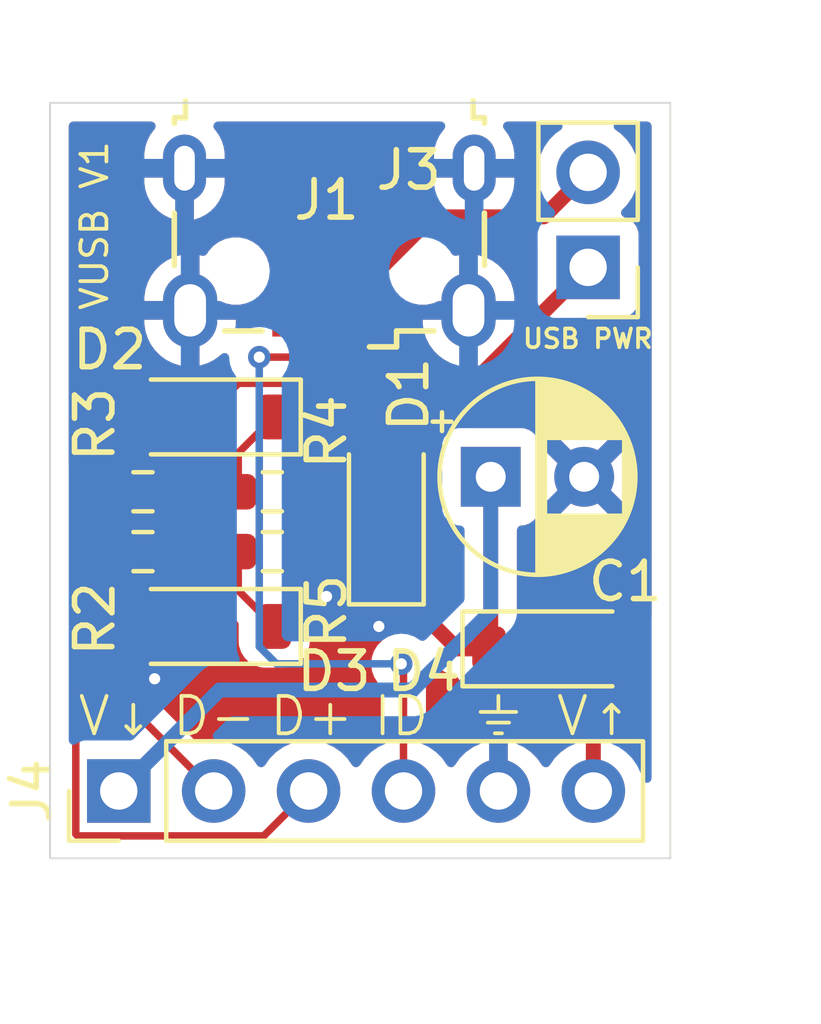
<source format=kicad_pcb>
(kicad_pcb (version 20240108) (generator "pcbnew") (generator_version "8.0")
  (layers (0 "F.Cu" signal) (31 "B.Cu" signal) (34 "B.Paste" user) (35 "F.Paste" user) (36 "B.SilkS" user "B.Silkscreen") (37 "F.SilkS" user "F.Silkscreen") (38 "B.Mask" user) (39 "F.Mask" user) (44 "Edge.Cuts" user))
  (net 0 "")
  (net 1 "GNDREF")
  (net 2 "/PWR")
  (net 3 "/D-")
  (net 4 "/D+")
  (net 5 "/ID")
  (net 6 "Net-(J4-Pin_2)")
  (net 7 "Net-(J4-Pin_3)")
  (net 8 "/VUSB2")
  (net 9 "/Vin")
  (net 10 "/VUSB")
  (footprint "Connector_PinHeader_2.54mm:PinHeader_1x06_P2.54mm_Vertical" (layer "F.Cu") (at 123.04 90.6 90)
    (property "Reference" "J4" (at 0 -2.33 90) (layer "F.SilkS"))
    (property "Value" "Conn_01x06_Pin")
    (fp_line (start -1.33 -1.33) (end 0 -1.33) (stroke (width 0.12)) (layer "F.SilkS"))
    (fp_line (start -1.33 0) (end -1.33 -1.33) (stroke (width 0.12)) (layer "F.SilkS"))
    (fp_line (start 1.33 1.27) (end 1.33 14.03) (stroke (width 0.12)) (layer "F.SilkS"))
    (fp_line (start -1.33 1.27) (end 1.33 1.27) (stroke (width 0.12)) (layer "F.SilkS"))
    (fp_line (start -1.33 1.27) (end -1.33 14.03) (stroke (width 0.12)) (layer "F.SilkS"))
    (fp_line (start -1.33 14.03) (end 1.33 14.03) (stroke (width 0.12)) (layer "F.SilkS"))
    (pad "1" thru_hole rect (at 0 0 90) (size 1.7 1.7) (drill 1) (layers "*.Cu" "*.Mask") (net 2 "/PWR"))
    (pad "2" thru_hole oval (at 0 2.54 90) (size 1.7 1.7) (drill 1) (layers "*.Cu" "*.Mask") (net 6 "Net-(J4-Pin_2)"))
    (pad "3" thru_hole oval (at 0 5.08 90) (size 1.7 1.7) (drill 1) (layers "*.Cu" "*.Mask") (net 7 "Net-(J4-Pin_3)"))
    (pad "4" thru_hole oval (at 0 7.62 90) (size 1.7 1.7) (drill 1) (layers "*.Cu" "*.Mask") (net 5 "/ID"))
    (pad "5" thru_hole oval (at 0 10.16 90) (size 1.7 1.7) (drill 1) (layers "*.Cu" "*.Mask") (net 1 "GNDREF"))
    (pad "6" thru_hole oval (at 0 12.7 90) (size 1.7 1.7) (drill 1) (layers "*.Cu" "*.Mask") (net 9 "/Vin"))
  )
  (footprint "Connector_USB:USB_Micro-B_Wuerth_629105150521" (layer "F.Cu") (at 128.675 75.9 180)
    (property "Reference" "J1" (at 0.075 1.1 360) (layer "F.SilkS"))
    (property "Value" "USB_B_Micro")
    (fp_line (start 4.15 3.3) (end 4.15 3.15) (stroke (width 0.15)) (layer "F.SilkS"))
    (fp_line (start 4.15 0.75) (end 4.15 -0.65) (stroke (width 0.15)) (layer "F.SilkS"))
    (fp_line (start 3.85 3.75) (end 3.85 3.3) (stroke (width 0.15)) (layer "F.SilkS"))
    (fp_line (start 3.85 3.3) (end 4.15 3.3) (stroke (width 0.15)) (layer "F.SilkS"))
    (fp_line (start 1.8 -2.4) (end 2.8 -2.4) (stroke (width 0.15)) (layer "F.SilkS"))
    (fp_line (start -1.075 -2.825) (end -1.8 -2.825) (stroke (width 0.15)) (layer "F.SilkS"))
    (fp_line (start -1.8 -2.4) (end -2.8 -2.4) (stroke (width 0.15)) (layer "F.SilkS"))
    (fp_line (start -1.8 -2.825) (end -1.8 -2.4) (stroke (width 0.15)) (layer "F.SilkS"))
    (fp_line (start -3.85 3.3) (end -3.85 3.75) (stroke (width 0.15)) (layer "F.SilkS"))
    (fp_line (start -4.15 3.3) (end -3.85 3.3) (stroke (width 0.15)) (layer "F.SilkS"))
    (fp_line (start -4.15 3.15) (end -4.15 3.3) (stroke (width 0.15)) (layer "F.SilkS"))
    (fp_line (start -4.15 -0.65) (end -4.15 0.75) (stroke (width 0.15)) (layer "F.SilkS"))
    (pad "" np_thru_hole oval (at -2.5 -0.8 180) (size 0.8 0.8) (drill 0.8) (layers "*.Cu" "*.Mask"))
    (pad "" np_thru_hole oval (at 2.5 -0.8 180) (size 0.8 0.8) (drill 0.8) (layers "*.Cu" "*.Mask"))
    (pad "1" smd rect (at -1.3 -1.9 180) (size 0.45 1.3) (layers "F.Cu" "F.Paste" "F.Mask") (net 10 "/VUSB"))
    (pad "2" smd rect (at -0.65 -1.9 180) (size 0.45 1.3) (layers "F.Cu" "F.Paste" "F.Mask") (net 3 "/D-"))
    (pad "3" smd rect (at 0 -1.9 180) (size 0.45 1.3) (layers "F.Cu" "F.Paste" "F.Mask") (net 4 "/D+"))
    (pad "4" smd rect (at 0.65 -1.9 180) (size 0.45 1.3) (layers "F.Cu" "F.Paste" "F.Mask") (net 5 "/ID"))
    (pad "5" smd rect (at 1.3 -1.9 180) (size 0.45 1.3) (layers "F.Cu" "F.Paste" "F.Mask") (net 1 "GNDREF"))
    (pad "6" thru_hole oval (at -3.875 1.95 180) (size 1.15 1.8) (drill oval 0.55 1.2) (layers "*.Cu" "*.Mask") (net 1 "GNDREF"))
    (pad "6" thru_hole oval (at -3.725 -1.85 180) (size 1.45 2) (drill oval 0.85 1.4) (layers "*.Cu" "*.Mask") (net 1 "GNDREF"))
    (pad "6" thru_hole oval (at 3.725 -1.85 180) (size 1.45 2) (drill oval 0.85 1.4) (layers "*.Cu" "*.Mask") (net 1 "GNDREF"))
    (pad "6" thru_hole oval (at 3.875 1.95 180) (size 1.15 1.8) (drill oval 0.55 1.2) (layers "*.Cu" "*.Mask") (net 1 "GNDREF"))
  )
  (footprint "Diode_SMD:D_SOD-123" (layer "F.Cu") (at 125.55 86.2 180)
    (property "Reference" "D3" (at -3.25 -1.2 360) (layer "F.SilkS"))
    (property "Value" "3.6V")
    (fp_line (start -2.36 1) (end 1.65 1) (stroke (width 0.12)) (layer "F.SilkS"))
    (fp_line (start -2.36 -1) (end 1.65 -1) (stroke (width 0.12)) (layer "F.SilkS"))
    (fp_line (start -2.36 -1) (end -2.36 1) (stroke (width 0.12)) (layer "F.SilkS"))
    (pad "1" smd roundrect (at -1.65 0 180) (size 0.9 1.2) (layers "F.Cu" "F.Paste" "F.Mask") (net 4 "/D+"))
    (pad "2" smd roundrect (at 1.65 0 180) (size 0.9 1.2) (layers "F.Cu" "F.Paste" "F.Mask") (net 1 "GNDREF"))
  )
  (footprint "Resistor_SMD:R_0603_1608Metric_Pad0.98x0.95mm_HandSolder" (layer "F.Cu") (at 127.15 82.6)
    (property "Reference" "R4" (at 1.45 -1.6 90) (layer "F.SilkS"))
    (property "Value" "1.5K")
    (fp_line (start -0.254724 -0.5225) (end 0.254724 -0.5225) (stroke (width 0.12)) (layer "F.SilkS"))
    (fp_line (start -0.254724 0.5225) (end 0.254724 0.5225) (stroke (width 0.12)) (layer "F.SilkS"))
    (pad "1" smd roundrect (at -0.9125 0) (size 0.975 0.95) (layers "F.Cu" "F.Paste" "F.Mask") (net 3 "/D-"))
    (pad "2" smd roundrect (at 0.9125 0) (size 0.975 0.95) (layers "F.Cu" "F.Paste" "F.Mask") (net 2 "/PWR"))
  )
  (footprint "Resistor_SMD:R_0603_1608Metric_Pad0.98x0.95mm_HandSolder" (layer "F.Cu") (at 127.15 84.2 180)
    (property "Reference" "R5" (at -1.45 -1.6 90) (layer "F.SilkS"))
    (property "Value" "1M")
    (fp_line (start -0.254724 0.5225) (end 0.254724 0.5225) (stroke (width 0.12)) (layer "F.SilkS"))
    (fp_line (start -0.254724 -0.5225) (end 0.254724 -0.5225) (stroke (width 0.12)) (layer "F.SilkS"))
    (pad "1" smd roundrect (at -0.9125 0 180) (size 0.975 0.95) (layers "F.Cu" "F.Paste" "F.Mask") (net 1 "GNDREF"))
    (pad "2" smd roundrect (at 0.9125 0 180) (size 0.975 0.95) (layers "F.Cu" "F.Paste" "F.Mask") (net 4 "/D+"))
  )
  (footprint "Diode_SMD:D_SOD-123" (layer "F.Cu") (at 130.2 83.25 90)
    (property "Reference" "D1" (at 3.25 0.6 90) (layer "F.SilkS"))
    (property "Value" "D_Schottky")
    (fp_line (start -2.36 -1) (end 1.65 -1) (stroke (width 0.12)) (layer "F.SilkS"))
    (fp_line (start -2.36 -1) (end -2.36 1) (stroke (width 0.12)) (layer "F.SilkS"))
    (fp_line (start -2.36 1) (end 1.65 1) (stroke (width 0.12)) (layer "F.SilkS"))
    (pad "1" smd roundrect (at -1.65 0 90) (size 0.9 1.2) (layers "F.Cu" "F.Paste" "F.Mask") (net 2 "/PWR"))
    (pad "2" smd roundrect (at 1.65 0 90) (size 0.9 1.2) (layers "F.Cu" "F.Paste" "F.Mask") (net 8 "/VUSB2"))
  )
  (footprint "Resistor_SMD:R_0603_1608Metric_Pad0.98x0.95mm_HandSolder" (layer "F.Cu") (at 123.6875 84.2)
    (property "Reference" "R2" (at -1.2875 1.8 90) (layer "F.SilkS"))
    (property "Value" "68")
    (fp_line (start -0.254724 -0.5225) (end 0.254724 -0.5225) (stroke (width 0.12)) (layer "F.SilkS"))
    (fp_line (start -0.254724 0.5225) (end 0.254724 0.5225) (stroke (width 0.12)) (layer "F.SilkS"))
    (pad "1" smd roundrect (at -0.9125 0) (size 0.975 0.95) (layers "F.Cu" "F.Paste" "F.Mask") (net 6 "Net-(J4-Pin_2)"))
    (pad "2" smd roundrect (at 0.9125 0) (size 0.975 0.95) (layers "F.Cu" "F.Paste" "F.Mask") (net 4 "/D+"))
  )
  (footprint "Diode_SMD:D_SOD-123" (layer "F.Cu") (at 125.55 80.6 180)
    (property "Reference" "D2" (at 2.75 1.8 360) (layer "F.SilkS"))
    (property "Value" "3.6V")
    (fp_line (start -2.36 1) (end 1.65 1) (stroke (width 0.12)) (layer "F.SilkS"))
    (fp_line (start -2.36 -1) (end 1.65 -1) (stroke (width 0.12)) (layer "F.SilkS"))
    (fp_line (start -2.36 -1) (end -2.36 1) (stroke (width 0.12)) (layer "F.SilkS"))
    (pad "1" smd roundrect (at -1.65 0 180) (size 0.9 1.2) (layers "F.Cu" "F.Paste" "F.Mask") (net 3 "/D-"))
    (pad "2" smd roundrect (at 1.65 0 180) (size 0.9 1.2) (layers "F.Cu" "F.Paste" "F.Mask") (net 1 "GNDREF"))
  )
  (footprint "Diode_SMD:D_SOD-123" (layer "F.Cu") (at 134.6 86.8)
    (property "Reference" "D4" (at -3.4 0.6 0) (layer "F.SilkS"))
    (property "Value" "D_Schottky")
    (fp_line (start -2.36 -1) (end -2.36 1) (stroke (width 0.12)) (layer "F.SilkS"))
    (fp_line (start -2.36 -1) (end 1.65 -1) (stroke (width 0.12)) (layer "F.SilkS"))
    (fp_line (start -2.36 1) (end 1.65 1) (stroke (width 0.12)) (layer "F.SilkS"))
    (pad "1" smd roundrect (at -1.65 0) (size 0.9 1.2) (layers "F.Cu" "F.Paste" "F.Mask") (net 2 "/PWR"))
    (pad "2" smd roundrect (at 1.65 0) (size 0.9 1.2) (layers "F.Cu" "F.Paste" "F.Mask") (net 9 "/Vin"))
  )
  (footprint "Connector_PinHeader_2.54mm:PinHeader_1x02_P2.54mm_Vertical" (layer "F.Cu") (at 135.6 76.6 180)
    (property "Reference" "J3" (at 4.8 2.6 360) (layer "F.SilkS"))
    (property "Value" "Conn_01x02_Pin")
    (fp_line (start 1.33 1.27) (end 1.33 3.87) (stroke (width 0.12)) (layer "F.SilkS"))
    (fp_line (start -1.33 3.87) (end 1.33 3.87) (stroke (width 0.12)) (layer "F.SilkS"))
    (fp_line (start -1.33 1.27) (end 1.33 1.27) (stroke (width 0.12)) (layer "F.SilkS"))
    (fp_line (start -1.33 1.27) (end -1.33 3.87) (stroke (width 0.12)) (layer "F.SilkS"))
    (fp_line (start -1.33 0) (end -1.33 -1.33) (stroke (width 0.12)) (layer "F.SilkS"))
    (fp_line (start -1.33 -1.33) (end 0 -1.33) (stroke (width 0.12)) (layer "F.SilkS"))
    (pad "1" thru_hole rect (at 0 0 180) (size 1.7 1.7) (drill 1) (layers "*.Cu" "*.Mask") (net 8 "/VUSB2"))
    (pad "2" thru_hole oval (at 0 2.54 180) (size 1.7 1.7) (drill 1) (layers "*.Cu" "*.Mask") (net 10 "/VUSB"))
  )
  (footprint "Resistor_SMD:R_0603_1608Metric_Pad0.98x0.95mm_HandSolder" (layer "F.Cu") (at 123.6875 82.6)
    (property "Reference" "R3" (at -1.2875 -1.8 90) (layer "F.SilkS"))
    (property "Value" "68")
    (fp_line (start -0.254724 -0.5225) (end 0.254724 -0.5225) (stroke (width 0.12)) (layer "F.SilkS"))
    (fp_line (start -0.254724 0.5225) (end 0.254724 0.5225) (stroke (width 0.12)) (layer "F.SilkS"))
    (pad "1" smd roundrect (at -0.9125 0) (size 0.975 0.95) (layers "F.Cu" "F.Paste" "F.Mask") (net 7 "Net-(J4-Pin_3)"))
    (pad "2" smd roundrect (at 0.9125 0) (size 0.975 0.95) (layers "F.Cu" "F.Paste" "F.Mask") (net 3 "/D-"))
  )
  (footprint "Capacitor_THT:CP_Radial_D5.0mm_P2.50mm" (layer "F.Cu") (at 132.994888 82.2)
    (property "Reference" "C1" (at 3.605112 2.8 0) (layer "F.SilkS"))
    (property "Value" "4.7uF")
    (fp_line (start -1.554775 -1.475) (end -1.054775 -1.475) (stroke (width 0.12)) (layer "F.SilkS"))
    (fp_line (start -1.304775 -1.725) (end -1.304775 -1.225) (stroke (width 0.12)) (layer "F.SilkS"))
    (fp_line (start 1.25 -2.58) (end 1.25 2.58) (stroke (width 0.12)) (layer "F.SilkS"))
    (fp_line (start 1.29 -2.58) (end 1.29 2.58) (stroke (width 0.12)) (layer "F.SilkS"))
    (fp_line (start 1.33 -2.579) (end 1.33 2.579) (stroke (width 0.12)) (layer "F.SilkS"))
    (fp_line (start 1.37 -2.578) (end 1.37 2.578) (stroke (width 0.12)) (layer "F.SilkS"))
    (fp_line (start 1.41 -2.576) (end 1.41 2.576) (stroke (width 0.12)) (layer "F.SilkS"))
    (fp_line (start 1.45 -2.573) (end 1.45 2.573) (stroke (width 0.12)) (layer "F.SilkS"))
    (fp_line (start 1.49 -2.569) (end 1.49 -1.04) (stroke (width 0.12)) (layer "F.SilkS"))
    (fp_line (start 1.49 1.04) (end 1.49 2.569) (stroke (width 0.12)) (layer "F.SilkS"))
    (fp_line (start 1.53 -2.565) (end 1.53 -1.04) (stroke (width 0.12)) (layer "F.SilkS"))
    (fp_line (start 1.53 1.04) (end 1.53 2.565) (stroke (width 0.12)) (layer "F.SilkS"))
    (fp_line (start 1.57 -2.561) (end 1.57 -1.04) (stroke (width 0.12)) (layer "F.SilkS"))
    (fp_line (start 1.57 1.04) (end 1.57 2.561) (stroke (width 0.12)) (layer "F.SilkS"))
    (fp_line (start 1.61 -2.556) (end 1.61 -1.04) (stroke (width 0.12)) (layer "F.SilkS"))
    (fp_line (start 1.61 1.04) (end 1.61 2.556) (stroke (width 0.12)) (layer "F.SilkS"))
    (fp_line (start 1.65 -2.55) (end 1.65 -1.04) (stroke (width 0.12)) (layer "F.SilkS"))
    (fp_line (start 1.65 1.04) (end 1.65 2.55) (stroke (width 0.12)) (layer "F.SilkS"))
    (fp_line (start 1.69 -2.543) (end 1.69 -1.04) (stroke (width 0.12)) (layer "F.SilkS"))
    (fp_line (start 1.69 1.04) (end 1.69 2.543) (stroke (width 0.12)) (layer "F.SilkS"))
    (fp_line (start 1.73 -2.536) (end 1.73 -1.04) (stroke (width 0.12)) (layer "F.SilkS"))
    (fp_line (start 1.73 1.04) (end 1.73 2.536) (stroke (width 0.12)) (layer "F.SilkS"))
    (fp_line (start 1.77 -2.528) (end 1.77 -1.04) (stroke (width 0.12)) (layer "F.SilkS"))
    (fp_line (start 1.77 1.04) (end 1.77 2.528) (stroke (width 0.12)) (layer "F.SilkS"))
    (fp_line (start 1.81 -2.52) (end 1.81 -1.04) (stroke (width 0.12)) (layer "F.SilkS"))
    (fp_line (start 1.81 1.04) (end 1.81 2.52) (stroke (width 0.12)) (layer "F.SilkS"))
    (fp_line (start 1.85 -2.511) (end 1.85 -1.04) (stroke (width 0.12)) (layer "F.SilkS"))
    (fp_line (start 1.85 1.04) (end 1.85 2.511) (stroke (width 0.12)) (layer "F.SilkS"))
    (fp_line (start 1.89 -2.501) (end 1.89 -1.04) (stroke (width 0.12)) (layer "F.SilkS"))
    (fp_line (start 1.89 1.04) (end 1.89 2.501) (stroke (width 0.12)) (layer "F.SilkS"))
    (fp_line (start 1.93 -2.491) (end 1.93 -1.04) (stroke (width 0.12)) (layer "F.SilkS"))
    (fp_line (start 1.93 1.04) (end 1.93 2.491) (stroke (width 0.12)) (layer "F.SilkS"))
    (fp_line (start 1.971 -2.48) (end 1.971 -1.04) (stroke (width 0.12)) (layer "F.SilkS"))
    (fp_line (start 1.971 1.04) (end 1.971 2.48) (stroke (width 0.12)) (layer "F.SilkS"))
    (fp_line (start 2.011 -2.468) (end 2.011 -1.04) (stroke (width 0.12)) (layer "F.SilkS"))
    (fp_line (start 2.011 1.04) (end 2.011 2.468) (stroke (width 0.12)) (layer "F.SilkS"))
    (fp_line (start 2.051 -2.455) (end 2.051 -1.04) (stroke (width 0.12)) (layer "F.SilkS"))
    (fp_line (start 2.051 1.04) (end 2.051 2.455) (stroke (width 0.12)) (layer "F.SilkS"))
    (fp_line (start 2.091 -2.442) (end 2.091 -1.04) (stroke (width 0.12)) (layer "F.SilkS"))
    (fp_line (start 2.091 1.04) (end 2.091 2.442) (stroke (width 0.12)) (layer "F.SilkS"))
    (fp_line (start 2.131 -2.428) (end 2.131 -1.04) (stroke (width 0.12)) (layer "F.SilkS"))
    (fp_line (start 2.131 1.04) (end 2.131 2.428) (stroke (width 0.12)) (layer "F.SilkS"))
    (fp_line (start 2.171 -2.414) (end 2.171 -1.04) (stroke (width 0.12)) (layer "F.SilkS"))
    (fp_line (start 2.171 1.04) (end 2.171 2.414) (stroke (width 0.12)) (layer "F.SilkS"))
    (fp_line (start 2.211 -2.398) (end 2.211 -1.04) (stroke (width 0.12)) (layer "F.SilkS"))
    (fp_line (start 2.211 1.04) (end 2.211 2.398) (stroke (width 0.12)) (layer "F.SilkS"))
    (fp_line (start 2.251 -2.382) (end 2.251 -1.04) (stroke (width 0.12)) (layer "F.SilkS"))
    (fp_line (start 2.251 1.04) (end 2.251 2.382) (stroke (width 0.12)) (layer "F.SilkS"))
    (fp_line (start 2.291 -2.365) (end 2.291 -1.04) (stroke (width 0.12)) (layer "F.SilkS"))
    (fp_line (start 2.291 1.04) (end 2.291 2.365) (stroke (width 0.12)) (layer "F.SilkS"))
    (fp_line (start 2.331 -2.348) (end 2.331 -1.04) (stroke (width 0.12)) (layer "F.SilkS"))
    (fp_line (start 2.331 1.04) (end 2.331 2.348) (stroke (width 0.12)) (layer "F.SilkS"))
    (fp_line (start 2.371 -2.329) (end 2.371 -1.04) (stroke (width 0.12)) (layer "F.SilkS"))
    (fp_line (start 2.371 1.04) (end 2.371 2.329) (stroke (width 0.12)) (layer "F.SilkS"))
    (fp_line (start 2.411 -2.31) (end 2.411 -1.04) (stroke (width 0.12)) (layer "F.SilkS"))
    (fp_line (start 2.411 1.04) (end 2.411 2.31) (stroke (width 0.12)) (layer "F.SilkS"))
    (fp_line (start 2.451 -2.29) (end 2.451 -1.04) (stroke (width 0.12)) (layer "F.SilkS"))
    (fp_line (start 2.451 1.04) (end 2.451 2.29) (stroke (width 0.12)) (layer "F.SilkS"))
    (fp_line (start 2.491 -2.268) (end 2.491 -1.04) (stroke (width 0.12)) (layer "F.SilkS"))
    (fp_line (start 2.491 1.04) (end 2.491 2.268) (stroke (width 0.12)) (layer "F.SilkS"))
    (fp_line (start 2.531 -2.247) (end 2.531 -1.04) (stroke (width 0.12)) (layer "F.SilkS"))
    (fp_line (start 2.531 1.04) (end 2.531 2.247) (stroke (width 0.12)) (layer "F.SilkS"))
    (fp_line (start 2.571 -2.224) (end 2.571 -1.04) (stroke (width 0.12)) (layer "F.SilkS"))
    (fp_line (start 2.571 1.04) (end 2.571 2.224) (stroke (width 0.12)) (layer "F.SilkS"))
    (fp_line (start 2.611 -2.2) (end 2.611 -1.04) (stroke (width 0.12)) (layer "F.SilkS"))
    (fp_line (start 2.611 1.04) (end 2.611 2.2) (stroke (width 0.12)) (layer "F.SilkS"))
    (fp_line (start 2.651 -2.175) (end 2.651 -1.04) (stroke (width 0.12)) (layer "F.SilkS"))
    (fp_line (start 2.651 1.04) (end 2.651 2.175) (stroke (width 0.12)) (layer "F.SilkS"))
    (fp_line (start 2.691 -2.149) (end 2.691 -1.04) (stroke (width 0.12)) (layer "F.SilkS"))
    (fp_line (start 2.691 1.04) (end 2.691 2.149) (stroke (width 0.12)) (layer "F.SilkS"))
    (fp_line (start 2.731 -2.122) (end 2.731 -1.04) (stroke (width 0.12)) (layer "F.SilkS"))
    (fp_line (start 2.731 1.04) (end 2.731 2.122) (stroke (width 0.12)) (layer "F.SilkS"))
    (fp_line (start 2.771 -2.095) (end 2.771 -1.04) (stroke (width 0.12)) (layer "F.SilkS"))
    (fp_line (start 2.771 1.04) (end 2.771 2.095) (stroke (width 0.12)) (layer "F.SilkS"))
    (fp_line (start 2.811 -2.065) (end 2.811 -1.04) (stroke (width 0.12)) (layer "F.SilkS"))
    (fp_line (start 2.811 1.04) (end 2.811 2.065) (stroke (width 0.12)) (layer "F.SilkS"))
    (fp_line (start 2.851 -2.035) (end 2.851 -1.04) (stroke (width 0.12)) (layer "F.SilkS"))
    (fp_line (start 2.851 1.04) (end 2.851 2.035) (stroke (width 0.12)) (layer "F.SilkS"))
    (fp_line (start 2.891 -2.004) (end 2.891 -1.04) (stroke (width 0.12)) (layer "F.SilkS"))
    (fp_line (start 2.891 1.04) (end 2.891 2.004) (stroke (width 0.12)) (layer "F.SilkS"))
    (fp_line (start 2.931 -1.971) (end 2.931 -1.04) (stroke (width 0.12)) (layer "F.SilkS"))
    (fp_line (start 2.931 1.04) (end 2.931 1.971) (stroke (width 0.12)) (layer "F.SilkS"))
    (fp_line (start 2.971 -1.937) (end 2.971 -1.04) (stroke (width 0.12)) (layer "F.SilkS"))
    (fp_line (start 2.971 1.04) (end 2.971 1.937) (stroke (width 0.12)) (layer "F.SilkS"))
    (fp_line (start 3.011 -1.901) (end 3.011 -1.04) (stroke (width 0.12)) (layer "F.SilkS"))
    (fp_line (start 3.011 1.04) (end 3.011 1.901) (stroke (width 0.12)) (layer "F.SilkS"))
    (fp_line (start 3.051 -1.864) (end 3.051 -1.04) (stroke (width 0.12)) (layer "F.SilkS"))
    (fp_line (start 3.051 1.04) (end 3.051 1.864) (stroke (width 0.12)) (layer "F.SilkS"))
    (fp_line (start 3.091 -1.826) (end 3.091 -1.04) (stroke (width 0.12)) (layer "F.SilkS"))
    (fp_line (start 3.091 1.04) (end 3.091 1.826) (stroke (width 0.12)) (layer "F.SilkS"))
    (fp_line (start 3.131 -1.785) (end 3.131 -1.04) (stroke (width 0.12)) (layer "F.SilkS"))
    (fp_line (start 3.131 1.04) (end 3.131 1.785) (stroke (width 0.12)) (layer "F.SilkS"))
    (fp_line (start 3.171 -1.743) (end 3.171 -1.04) (stroke (width 0.12)) (layer "F.SilkS"))
    (fp_line (start 3.171 1.04) (end 3.171 1.743) (stroke (width 0.12)) (layer "F.SilkS"))
    (fp_line (start 3.211 -1.699) (end 3.211 -1.04) (stroke (width 0.12)) (layer "F.SilkS"))
    (fp_line (start 3.211 1.04) (end 3.211 1.699) (stroke (width 0.12)) (layer "F.SilkS"))
    (fp_line (start 3.251 -1.653) (end 3.251 -1.04) (stroke (width 0.12)) (layer "F.SilkS"))
    (fp_line (start 3.251 1.04) (end 3.251 1.653) (stroke (width 0.12)) (layer "F.SilkS"))
    (fp_line (start 3.291 -1.605) (end 3.291 -1.04) (stroke (width 0.12)) (layer "F.SilkS"))
    (fp_line (start 3.291 1.04) (end 3.291 1.605) (stroke (width 0.12)) (layer "F.SilkS"))
    (fp_line (start 3.331 -1.554) (end 3.331 -1.04) (stroke (width 0.12)) (layer "F.SilkS"))
    (fp_line (start 3.331 1.04) (end 3.331 1.554) (stroke (width 0.12)) (layer "F.SilkS"))
    (fp_line (start 3.371 -1.5) (end 3.371 -1.04) (stroke (width 0.12)) (layer "F.SilkS"))
    (fp_line (start 3.371 1.04) (end 3.371 1.5) (stroke (width 0.12)) (layer "F.SilkS"))
    (fp_line (start 3.411 -1.443) (end 3.411 -1.04) (stroke (width 0.12)) (layer "F.SilkS"))
    (fp_line (start 3.411 1.04) (end 3.411 1.443) (stroke (width 0.12)) (layer "F.SilkS"))
    (fp_line (start 3.451 -1.383) (end 3.451 -1.04) (stroke (width 0.12)) (layer "F.SilkS"))
    (fp_line (start 3.451 1.04) (end 3.451 1.383) (stroke (width 0.12)) (layer "F.SilkS"))
    (fp_line (start 3.491 -1.319) (end 3.491 -1.04) (stroke (width 0.12)) (layer "F.SilkS"))
    (fp_line (start 3.491 1.04) (end 3.491 1.319) (stroke (width 0.12)) (layer "F.SilkS"))
    (fp_line (start 3.531 -1.251) (end 3.531 -1.04) (stroke (width 0.12)) (layer "F.SilkS"))
    (fp_line (start 3.531 1.04) (end 3.531 1.251) (stroke (width 0.12)) (layer "F.SilkS"))
    (fp_line (start 3.571 -1.178) (end 3.571 1.178) (stroke (width 0.12)) (layer "F.SilkS"))
    (fp_line (start 3.611 -1.098) (end 3.611 1.098) (stroke (width 0.12)) (layer "F.SilkS"))
    (fp_line (start 3.651 -1.011) (end 3.651 1.011) (stroke (width 0.12)) (layer "F.SilkS"))
    (fp_line (start 3.691 -0.915) (end 3.691 0.915) (stroke (width 0.12)) (layer "F.SilkS"))
    (fp_line (start 3.731 -0.805) (end 3.731 0.805) (stroke (width 0.12)) (layer "F.SilkS"))
    (fp_line (start 3.771 -0.677) (end 3.771 0.677) (stroke (width 0.12)) (layer "F.SilkS"))
    (fp_line (start 3.811 -0.518) (end 3.811 0.518) (stroke (width 0.12)) (layer "F.SilkS"))
    (fp_line (start 3.851 -0.284) (end 3.851 0.284) (stroke (width 0.12)) (layer "F.SilkS"))
    (fp_circle (center 1.25 0) (end 3.87 0) (stroke (width 0.12)) (fill none) (layer "F.SilkS"))
    (pad "1" thru_hole rect (at 0 0) (size 1.6 1.6) (drill 0.8) (layers "*.Cu" "*.Mask") (net 2 "/PWR"))
    (pad "2" thru_hole circle (at 2.5 0) (size 1.6 1.6) (drill 0.8) (layers "*.Cu" "*.Mask") (net 1 "GNDREF"))
  )
  (gr_rect (start 121.2 72.2) (end 137.8 92.4) (stroke (width 0.05)) (fill none) (layer "Edge.Cuts"))
  (gr_text "D+" (at 128.2 88.6 0) (layer "F.SilkS") (effects (font (size 1 1) (thickness 0.1))))
  (gr_text "V↓" (at 123 88.6 0) (layer "F.SilkS") (effects (font (size 1 1) (thickness 0.1))))
  (gr_text "VUSB V1" (at 122.8 77.8 90) (layer "F.SilkS") (effects (font (size 0.7 0.7) (thickness 0.1)) (justify left bottom)))
  (gr_text "USB PWR" (at 133.8 78.8 0) (layer "F.SilkS") (effects (font (size 0.5 0.5) (thickness 0.1)) (justify left bottom)))
  (gr_text "V↑" (at 135.8 88.6 0) (layer "F.SilkS") (effects (font (size 1 1) (thickness 0.1))))
  (gr_text "⏚" (at 133.2 88.6 0) (layer "F.SilkS") (effects (font (size 1 1) (thickness 0.1))))
  (gr_text "D-" (at 125.6 88.6 0) (layer "F.SilkS") (effects (font (size 1 1) (thickness 0.1))))
  (gr_text "ID" (at 130.6 88.6 0) (layer "F.SilkS") (effects (font (size 1 1) (thickness 0.1))))
  (via (at 124 87.6) (size 0.6) (drill 0.3) (layers "F.Cu" "B.Cu") (net 1))
  (via (at 128.6 85.4) (size 0.6) (drill 0.3) (layers "F.Cu" "B.Cu") (net 1))
  (via (at 130 86.2) (size 0.6) (drill 0.3) (layers "F.Cu" "B.Cu") (net 1))
  (segment (start 132.994888 82.2) (end 132.9 82.2) (width 0.2) (layer "F.Cu") (net 2))
  (segment (start 129.8 82.6) (end 130.2 83) (width 0.4) (layer "F.Cu") (net 2))
  (segment (start 132.95 86.8) (end 132.1 86.8) (width 0.4) (layer "F.Cu") (net 2))
  (segment (start 130.2 83) (end 130.2 84.9) (width 0.4) (layer "F.Cu") (net 2))
  (segment (start 132.1 86.8) (end 130.2 84.9) (width 0.4) (layer "F.Cu") (net 2))
  (segment (start 128.0625 82.6) (end 129.8 82.6) (width 0.4) (layer "F.Cu") (net 2))
  (segment (start 132.95 86.8) (end 132.95 86.45) (width 0.4) (layer "F.Cu") (net 2))
  (segment (start 132.95 86.45) (end 132.994888 86.405112) (width 0.4) (layer "F.Cu") (net 2))
  (segment (start 130.2 84.9) (end 130.494888 84.9) (width 0.2) (layer "F.Cu") (net 2))
  (segment (start 132.994888 86.405112) (end 132.994888 82.2) (width 0.4) (layer "F.Cu") (net 2))
  (segment (start 123.04 90.6) (end 125.74 87.9) (width 0.4) (layer "B.Cu") (net 2))
  (segment (start 132.994888 85.805112) (end 132.994888 82.2) (width 0.4) (layer "B.Cu") (net 2))
  (segment (start 130.9 87.9) (end 132.994888 85.805112) (width 0.4) (layer "B.Cu") (net 2))
  (segment (start 125.74 87.9) (end 130.9 87.9) (width 0.4) (layer "B.Cu") (net 2))
  (segment (start 126.2375 82.6) (end 126.2375 81.5625) (width 0.2) (layer "F.Cu") (net 3))
  (segment (start 129.325 77.8) (end 129.325 80.275) (width 0.2) (layer "F.Cu") (net 3))
  (segment (start 129 80.6) (end 127.2 80.6) (width 0.2) (layer "F.Cu") (net 3))
  (segment (start 126.2375 81.5625) (end 127.2 80.6) (width 0.2) (layer "F.Cu") (net 3))
  (segment (start 126.2375 82.6) (end 124.6 82.6) (width 0.2) (layer "F.Cu") (net 3))
  (segment (start 129.325 80.275) (end 129 80.6) (width 0.2) (layer "F.Cu") (net 3))
  (segment (start 126.2375 84.2) (end 124.6 84.2) (width 0.2) (layer "F.Cu") (net 4))
  (segment (start 123.8 83.4) (end 124.6 84.2) (width 0.2) (layer "F.Cu") (net 4))
  (segment (start 123.8 82.145778) (end 123.8 83.4) (width 0.2) (layer "F.Cu") (net 4))
  (segment (start 128.675 77.8) (end 128.675 78.673696) (width 0.2) (layer "F.Cu") (net 4))
  (segment (start 127.648696 79.7) (end 126.245778 79.7) (width 0.2) (layer "F.Cu") (net 4))
  (segment (start 128.675 78.673696) (end 127.648696 79.7) (width 0.2) (layer "F.Cu") (net 4))
  (segment (start 126.2375 85.2375) (end 127.2 86.2) (width 0.2) (layer "F.Cu") (net 4))
  (segment (start 126.2375 84.2) (end 126.2375 85.2375) (width 0.2) (layer "F.Cu") (net 4))
  (segment (start 126.245778 79.7) (end 123.8 82.145778) (width 0.2) (layer "F.Cu") (net 4))
  (segment (start 130.66 87.26) (end 130.66 90.6) (width 0.2) (layer "F.Cu") (net 5))
  (segment (start 127.65 79) (end 126.8 79) (width 0.2) (layer "F.Cu") (net 5))
  (segment (start 128.025 78.625) (end 127.65 79) (width 0.2) (layer "F.Cu") (net 5))
  (segment (start 128.025 77.8) (end 128.025 78.625) (width 0.2) (layer "F.Cu") (net 5))
  (segment (start 130.6 87.2) (end 130.66 87.26) (width 0.2) (layer "F.Cu") (net 5))
  (via (at 130.6 87.2) (size 0.6) (drill 0.3) (layers "F.Cu" "B.Cu") (net 5))
  (via (at 126.8 79) (size 0.6) (drill 0.3) (layers "F.Cu" "B.Cu") (net 5))
  (segment (start 126.8 79) (end 126.8 86.74) (width 0.2) (layer "B.Cu") (net 5))
  (segment (start 126.8 86.74) (end 127.26 87.2) (width 0.2) (layer "B.Cu") (net 5))
  (segment (start 127.26 87.2) (end 130.6 87.2) (width 0.2) (layer "B.Cu") (net 5))
  (segment (start 122.775 84.2) (end 122.775 87.795) (width 0.2) (layer "F.Cu") (net 6))
  (segment (start 122.775 87.795) (end 125.58 90.6) (width 0.2) (layer "F.Cu") (net 6))
  (segment (start 121.89 91.75) (end 121.94 91.8) (width 0.2) (layer "F.Cu") (net 7))
  (segment (start 126.92 91.8) (end 128.12 90.6) (width 0.2) (layer "F.Cu") (net 7))
  (segment (start 121.89 83.485) (end 121.89 91.75) (width 0.2) (layer "F.Cu") (net 7))
  (segment (start 122.775 82.6) (end 121.89 83.485) (width 0.2) (layer "F.Cu") (net 7))
  (segment (start 121.94 91.8) (end 126.92 91.8) (width 0.2) (layer "F.Cu") (net 7))
  (segment (start 135.6 76.6) (end 130.6 81.6) (width 0.4) (layer "F.Cu") (net 8))
  (segment (start 130.6 81.6) (end 130.2 81.6) (width 0.4) (layer "F.Cu") (net 8))
  (segment (start 135.74 87.31) (end 136.25 86.8) (width 0.4) (layer "F.Cu") (net 9))
  (segment (start 135.74 90.6) (end 135.74 87.31) (width 0.4) (layer "F.Cu") (net 9))
  (segment (start 134.41 75.25) (end 135.6 74.06) (width 0.4) (layer "F.Cu") (net 10))
  (segment (start 131.422918 75.25) (end 134.41 75.25) (width 0.4) (layer "F.Cu") (net 10))
  (segment (start 129.975 76.697918) (end 131.422918 75.25) (width 0.4) (layer "F.Cu") (net 10))
  (segment (start 129.975 77.8) (end 129.975 76.697918) (width 0.4) (layer "F.Cu") (net 10))
  (zone (net 1) (net_name "GNDREF") (layers "F&B.Cu") (connect_pads (clearance 0.5)) (min_thickness 0.25) (fill yes (thermal_gap 0.5) (thermal_bridge_width 0.5))
    (polygon (pts (xy 121.4 72.4) (xy 137.6 72.4) (xy 137.6 92.2) (xy 121.4 92.2)))
  )
)
</source>
